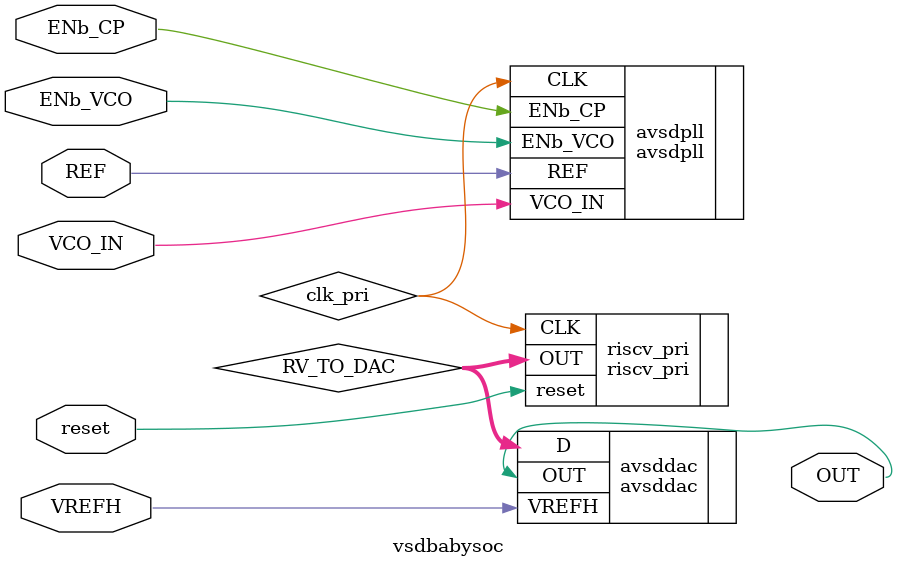
<source format=v>
module vsdbabysoc (
   output wire OUT,
   //
   input  wire reset,
   //
   input  wire VCO_IN,
   input  wire ENb_CP,
   input  wire ENb_VCO,
   input  wire REF,
   //
   // input  wire VREFL,
   input  wire VREFH
);

   wire clk_pri;
   wire [9:0] RV_TO_DAC;

   riscv_pri riscv_pri(
      .OUT(RV_TO_DAC),
      .CLK(clk_pri),
      .reset(reset)
   );

   avsdpll avsdpll (
      .CLK(clk_pri),
      .VCO_IN(VCO_IN),
      .ENb_CP(ENb_CP),
      .ENb_VCO(ENb_VCO),
      .REF(REF)
   );

   avsddac avsddac (
      .OUT(OUT),
      .D(RV_TO_DAC),
      // .VREFL(VREFL),
      .VREFH(VREFH)
   );
   
endmodule

</source>
